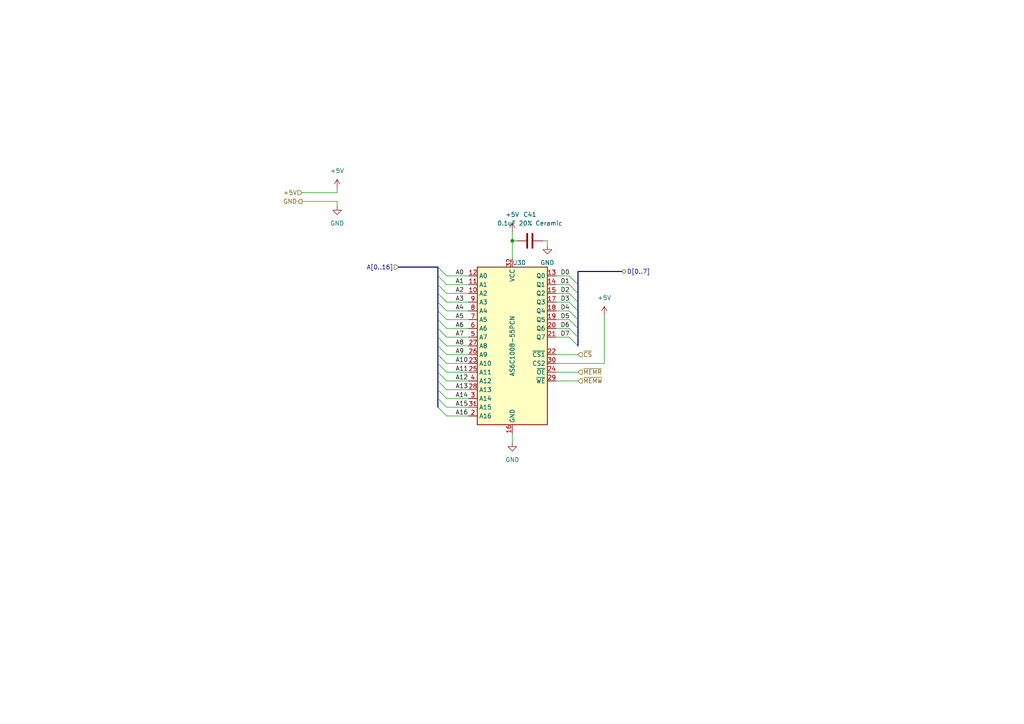
<source format=kicad_sch>
(kicad_sch
	(version 20231120)
	(generator "eeschema")
	(generator_version "8.0")
	(uuid "55672958-7a2a-42a9-b8a7-0dde0e9e6201")
	(paper "A4")
	(lib_symbols
		(symbol "Device:C"
			(pin_numbers hide)
			(pin_names
				(offset 0.254)
			)
			(exclude_from_sim no)
			(in_bom yes)
			(on_board yes)
			(property "Reference" "C"
				(at 0.635 2.54 0)
				(effects
					(font
						(size 1.27 1.27)
					)
					(justify left)
				)
			)
			(property "Value" "C"
				(at 0.635 -2.54 0)
				(effects
					(font
						(size 1.27 1.27)
					)
					(justify left)
				)
			)
			(property "Footprint" ""
				(at 0.9652 -3.81 0)
				(effects
					(font
						(size 1.27 1.27)
					)
					(hide yes)
				)
			)
			(property "Datasheet" "~"
				(at 0 0 0)
				(effects
					(font
						(size 1.27 1.27)
					)
					(hide yes)
				)
			)
			(property "Description" "Unpolarized capacitor"
				(at 0 0 0)
				(effects
					(font
						(size 1.27 1.27)
					)
					(hide yes)
				)
			)
			(property "ki_keywords" "cap capacitor"
				(at 0 0 0)
				(effects
					(font
						(size 1.27 1.27)
					)
					(hide yes)
				)
			)
			(property "ki_fp_filters" "C_*"
				(at 0 0 0)
				(effects
					(font
						(size 1.27 1.27)
					)
					(hide yes)
				)
			)
			(symbol "C_0_1"
				(polyline
					(pts
						(xy -2.032 -0.762) (xy 2.032 -0.762)
					)
					(stroke
						(width 0.508)
						(type default)
					)
					(fill
						(type none)
					)
				)
				(polyline
					(pts
						(xy -2.032 0.762) (xy 2.032 0.762)
					)
					(stroke
						(width 0.508)
						(type default)
					)
					(fill
						(type none)
					)
				)
			)
			(symbol "C_1_1"
				(pin passive line
					(at 0 3.81 270)
					(length 2.794)
					(name "~"
						(effects
							(font
								(size 1.27 1.27)
							)
						)
					)
					(number "1"
						(effects
							(font
								(size 1.27 1.27)
							)
						)
					)
				)
				(pin passive line
					(at 0 -3.81 90)
					(length 2.794)
					(name "~"
						(effects
							(font
								(size 1.27 1.27)
							)
						)
					)
					(number "2"
						(effects
							(font
								(size 1.27 1.27)
							)
						)
					)
				)
			)
		)
		(symbol "Memory_RAM:628128_DIP32_SSOP32"
			(exclude_from_sim no)
			(in_bom yes)
			(on_board yes)
			(property "Reference" "U"
				(at -10.16 23.495 0)
				(effects
					(font
						(size 1.27 1.27)
					)
					(justify left bottom)
				)
			)
			(property "Value" "628128_DIP32_SSOP32"
				(at 2.54 23.495 0)
				(effects
					(font
						(size 1.27 1.27)
					)
					(justify left bottom)
				)
			)
			(property "Footprint" ""
				(at 0 0 0)
				(effects
					(font
						(size 1.27 1.27)
					)
					(hide yes)
				)
			)
			(property "Datasheet" "http://www.futurlec.com/Datasheet/Memory/628128.pdf"
				(at 0 0 0)
				(effects
					(font
						(size 1.27 1.27)
					)
					(hide yes)
				)
			)
			(property "Description" "128K x 8 High-Speed CMOS Static RAM, 55/70ns, DIP-32/SSOP-32"
				(at 0 0 0)
				(effects
					(font
						(size 1.27 1.27)
					)
					(hide yes)
				)
			)
			(property "ki_keywords" "RAM SRAM CMOS MEMORY"
				(at 0 0 0)
				(effects
					(font
						(size 1.27 1.27)
					)
					(hide yes)
				)
			)
			(property "ki_fp_filters" "DIP*W15.24mm* SSOP*11.305x20.495mm*P1.27mm*"
				(at 0 0 0)
				(effects
					(font
						(size 1.27 1.27)
					)
					(hide yes)
				)
			)
			(symbol "628128_DIP32_SSOP32_0_0"
				(pin power_in line
					(at 0 -25.4 90)
					(length 2.54)
					(name "GND"
						(effects
							(font
								(size 1.27 1.27)
							)
						)
					)
					(number "16"
						(effects
							(font
								(size 1.27 1.27)
							)
						)
					)
				)
				(pin power_in line
					(at 0 25.4 270)
					(length 2.54)
					(name "VCC"
						(effects
							(font
								(size 1.27 1.27)
							)
						)
					)
					(number "32"
						(effects
							(font
								(size 1.27 1.27)
							)
						)
					)
				)
			)
			(symbol "628128_DIP32_SSOP32_0_1"
				(rectangle
					(start -10.16 22.86)
					(end 10.16 -22.86)
					(stroke
						(width 0.254)
						(type default)
					)
					(fill
						(type background)
					)
				)
			)
			(symbol "628128_DIP32_SSOP32_1_1"
				(pin no_connect line
					(at 10.16 -20.32 180)
					(length 2.54) hide
					(name "NC"
						(effects
							(font
								(size 1.27 1.27)
							)
						)
					)
					(number "1"
						(effects
							(font
								(size 1.27 1.27)
							)
						)
					)
				)
				(pin input line
					(at -12.7 15.24 0)
					(length 2.54)
					(name "A2"
						(effects
							(font
								(size 1.27 1.27)
							)
						)
					)
					(number "10"
						(effects
							(font
								(size 1.27 1.27)
							)
						)
					)
				)
				(pin input line
					(at -12.7 17.78 0)
					(length 2.54)
					(name "A1"
						(effects
							(font
								(size 1.27 1.27)
							)
						)
					)
					(number "11"
						(effects
							(font
								(size 1.27 1.27)
							)
						)
					)
				)
				(pin input line
					(at -12.7 20.32 0)
					(length 2.54)
					(name "A0"
						(effects
							(font
								(size 1.27 1.27)
							)
						)
					)
					(number "12"
						(effects
							(font
								(size 1.27 1.27)
							)
						)
					)
				)
				(pin tri_state line
					(at 12.7 20.32 180)
					(length 2.54)
					(name "Q0"
						(effects
							(font
								(size 1.27 1.27)
							)
						)
					)
					(number "13"
						(effects
							(font
								(size 1.27 1.27)
							)
						)
					)
				)
				(pin tri_state line
					(at 12.7 17.78 180)
					(length 2.54)
					(name "Q1"
						(effects
							(font
								(size 1.27 1.27)
							)
						)
					)
					(number "14"
						(effects
							(font
								(size 1.27 1.27)
							)
						)
					)
				)
				(pin tri_state line
					(at 12.7 15.24 180)
					(length 2.54)
					(name "Q2"
						(effects
							(font
								(size 1.27 1.27)
							)
						)
					)
					(number "15"
						(effects
							(font
								(size 1.27 1.27)
							)
						)
					)
				)
				(pin tri_state line
					(at 12.7 12.7 180)
					(length 2.54)
					(name "Q3"
						(effects
							(font
								(size 1.27 1.27)
							)
						)
					)
					(number "17"
						(effects
							(font
								(size 1.27 1.27)
							)
						)
					)
				)
				(pin tri_state line
					(at 12.7 10.16 180)
					(length 2.54)
					(name "Q4"
						(effects
							(font
								(size 1.27 1.27)
							)
						)
					)
					(number "18"
						(effects
							(font
								(size 1.27 1.27)
							)
						)
					)
				)
				(pin tri_state line
					(at 12.7 7.62 180)
					(length 2.54)
					(name "Q5"
						(effects
							(font
								(size 1.27 1.27)
							)
						)
					)
					(number "19"
						(effects
							(font
								(size 1.27 1.27)
							)
						)
					)
				)
				(pin input line
					(at -12.7 -20.32 0)
					(length 2.54)
					(name "A16"
						(effects
							(font
								(size 1.27 1.27)
							)
						)
					)
					(number "2"
						(effects
							(font
								(size 1.27 1.27)
							)
						)
					)
				)
				(pin tri_state line
					(at 12.7 5.08 180)
					(length 2.54)
					(name "Q6"
						(effects
							(font
								(size 1.27 1.27)
							)
						)
					)
					(number "20"
						(effects
							(font
								(size 1.27 1.27)
							)
						)
					)
				)
				(pin tri_state line
					(at 12.7 2.54 180)
					(length 2.54)
					(name "Q7"
						(effects
							(font
								(size 1.27 1.27)
							)
						)
					)
					(number "21"
						(effects
							(font
								(size 1.27 1.27)
							)
						)
					)
				)
				(pin input line
					(at 12.7 -2.54 180)
					(length 2.54)
					(name "~{CS1}"
						(effects
							(font
								(size 1.27 1.27)
							)
						)
					)
					(number "22"
						(effects
							(font
								(size 1.27 1.27)
							)
						)
					)
				)
				(pin input line
					(at -12.7 -5.08 0)
					(length 2.54)
					(name "A10"
						(effects
							(font
								(size 1.27 1.27)
							)
						)
					)
					(number "23"
						(effects
							(font
								(size 1.27 1.27)
							)
						)
					)
				)
				(pin input line
					(at 12.7 -7.62 180)
					(length 2.54)
					(name "~{OE}"
						(effects
							(font
								(size 1.27 1.27)
							)
						)
					)
					(number "24"
						(effects
							(font
								(size 1.27 1.27)
							)
						)
					)
				)
				(pin input line
					(at -12.7 -7.62 0)
					(length 2.54)
					(name "A11"
						(effects
							(font
								(size 1.27 1.27)
							)
						)
					)
					(number "25"
						(effects
							(font
								(size 1.27 1.27)
							)
						)
					)
				)
				(pin input line
					(at -12.7 -2.54 0)
					(length 2.54)
					(name "A9"
						(effects
							(font
								(size 1.27 1.27)
							)
						)
					)
					(number "26"
						(effects
							(font
								(size 1.27 1.27)
							)
						)
					)
				)
				(pin input line
					(at -12.7 0 0)
					(length 2.54)
					(name "A8"
						(effects
							(font
								(size 1.27 1.27)
							)
						)
					)
					(number "27"
						(effects
							(font
								(size 1.27 1.27)
							)
						)
					)
				)
				(pin input line
					(at -12.7 -12.7 0)
					(length 2.54)
					(name "A13"
						(effects
							(font
								(size 1.27 1.27)
							)
						)
					)
					(number "28"
						(effects
							(font
								(size 1.27 1.27)
							)
						)
					)
				)
				(pin input line
					(at 12.7 -10.16 180)
					(length 2.54)
					(name "~{WE}"
						(effects
							(font
								(size 1.27 1.27)
							)
						)
					)
					(number "29"
						(effects
							(font
								(size 1.27 1.27)
							)
						)
					)
				)
				(pin input line
					(at -12.7 -15.24 0)
					(length 2.54)
					(name "A14"
						(effects
							(font
								(size 1.27 1.27)
							)
						)
					)
					(number "3"
						(effects
							(font
								(size 1.27 1.27)
							)
						)
					)
				)
				(pin input line
					(at 12.7 -5.08 180)
					(length 2.54)
					(name "CS2"
						(effects
							(font
								(size 1.27 1.27)
							)
						)
					)
					(number "30"
						(effects
							(font
								(size 1.27 1.27)
							)
						)
					)
				)
				(pin input line
					(at -12.7 -17.78 0)
					(length 2.54)
					(name "A15"
						(effects
							(font
								(size 1.27 1.27)
							)
						)
					)
					(number "31"
						(effects
							(font
								(size 1.27 1.27)
							)
						)
					)
				)
				(pin input line
					(at -12.7 -10.16 0)
					(length 2.54)
					(name "A12"
						(effects
							(font
								(size 1.27 1.27)
							)
						)
					)
					(number "4"
						(effects
							(font
								(size 1.27 1.27)
							)
						)
					)
				)
				(pin input line
					(at -12.7 2.54 0)
					(length 2.54)
					(name "A7"
						(effects
							(font
								(size 1.27 1.27)
							)
						)
					)
					(number "5"
						(effects
							(font
								(size 1.27 1.27)
							)
						)
					)
				)
				(pin input line
					(at -12.7 5.08 0)
					(length 2.54)
					(name "A6"
						(effects
							(font
								(size 1.27 1.27)
							)
						)
					)
					(number "6"
						(effects
							(font
								(size 1.27 1.27)
							)
						)
					)
				)
				(pin input line
					(at -12.7 7.62 0)
					(length 2.54)
					(name "A5"
						(effects
							(font
								(size 1.27 1.27)
							)
						)
					)
					(number "7"
						(effects
							(font
								(size 1.27 1.27)
							)
						)
					)
				)
				(pin input line
					(at -12.7 10.16 0)
					(length 2.54)
					(name "A4"
						(effects
							(font
								(size 1.27 1.27)
							)
						)
					)
					(number "8"
						(effects
							(font
								(size 1.27 1.27)
							)
						)
					)
				)
				(pin input line
					(at -12.7 12.7 0)
					(length 2.54)
					(name "A3"
						(effects
							(font
								(size 1.27 1.27)
							)
						)
					)
					(number "9"
						(effects
							(font
								(size 1.27 1.27)
							)
						)
					)
				)
			)
		)
		(symbol "power:+5V"
			(power)
			(pin_names
				(offset 0)
			)
			(exclude_from_sim no)
			(in_bom yes)
			(on_board yes)
			(property "Reference" "#PWR"
				(at 0 -3.81 0)
				(effects
					(font
						(size 1.27 1.27)
					)
					(hide yes)
				)
			)
			(property "Value" "+5V"
				(at 0 3.556 0)
				(effects
					(font
						(size 1.27 1.27)
					)
				)
			)
			(property "Footprint" ""
				(at 0 0 0)
				(effects
					(font
						(size 1.27 1.27)
					)
					(hide yes)
				)
			)
			(property "Datasheet" ""
				(at 0 0 0)
				(effects
					(font
						(size 1.27 1.27)
					)
					(hide yes)
				)
			)
			(property "Description" "Power symbol creates a global label with name \"+5V\""
				(at 0 0 0)
				(effects
					(font
						(size 1.27 1.27)
					)
					(hide yes)
				)
			)
			(property "ki_keywords" "global power"
				(at 0 0 0)
				(effects
					(font
						(size 1.27 1.27)
					)
					(hide yes)
				)
			)
			(symbol "+5V_0_1"
				(polyline
					(pts
						(xy -0.762 1.27) (xy 0 2.54)
					)
					(stroke
						(width 0)
						(type default)
					)
					(fill
						(type none)
					)
				)
				(polyline
					(pts
						(xy 0 0) (xy 0 2.54)
					)
					(stroke
						(width 0)
						(type default)
					)
					(fill
						(type none)
					)
				)
				(polyline
					(pts
						(xy 0 2.54) (xy 0.762 1.27)
					)
					(stroke
						(width 0)
						(type default)
					)
					(fill
						(type none)
					)
				)
			)
			(symbol "+5V_1_1"
				(pin power_in line
					(at 0 0 90)
					(length 0) hide
					(name "+5V"
						(effects
							(font
								(size 1.27 1.27)
							)
						)
					)
					(number "1"
						(effects
							(font
								(size 1.27 1.27)
							)
						)
					)
				)
			)
		)
		(symbol "power:GND"
			(power)
			(pin_names
				(offset 0)
			)
			(exclude_from_sim no)
			(in_bom yes)
			(on_board yes)
			(property "Reference" "#PWR"
				(at 0 -6.35 0)
				(effects
					(font
						(size 1.27 1.27)
					)
					(hide yes)
				)
			)
			(property "Value" "GND"
				(at 0 -3.81 0)
				(effects
					(font
						(size 1.27 1.27)
					)
				)
			)
			(property "Footprint" ""
				(at 0 0 0)
				(effects
					(font
						(size 1.27 1.27)
					)
					(hide yes)
				)
			)
			(property "Datasheet" ""
				(at 0 0 0)
				(effects
					(font
						(size 1.27 1.27)
					)
					(hide yes)
				)
			)
			(property "Description" "Power symbol creates a global label with name \"GND\" , ground"
				(at 0 0 0)
				(effects
					(font
						(size 1.27 1.27)
					)
					(hide yes)
				)
			)
			(property "ki_keywords" "global power"
				(at 0 0 0)
				(effects
					(font
						(size 1.27 1.27)
					)
					(hide yes)
				)
			)
			(symbol "GND_0_1"
				(polyline
					(pts
						(xy 0 0) (xy 0 -1.27) (xy 1.27 -1.27) (xy 0 -2.54) (xy -1.27 -1.27) (xy 0 -1.27)
					)
					(stroke
						(width 0)
						(type default)
					)
					(fill
						(type none)
					)
				)
			)
			(symbol "GND_1_1"
				(pin power_in line
					(at 0 0 270)
					(length 0) hide
					(name "GND"
						(effects
							(font
								(size 1.27 1.27)
							)
						)
					)
					(number "1"
						(effects
							(font
								(size 1.27 1.27)
							)
						)
					)
				)
			)
		)
	)
	(junction
		(at 148.59 69.85)
		(diameter 0)
		(color 0 0 0 0)
		(uuid "88e9ea73-2cc6-44e9-b4fe-b39e07ecac94")
	)
	(bus_entry
		(at 165.1 95.25)
		(size 2.54 2.54)
		(stroke
			(width 0)
			(type default)
		)
		(uuid "04f9810b-b012-4599-b685-1b30296e332f")
	)
	(bus_entry
		(at 165.1 82.55)
		(size 2.54 2.54)
		(stroke
			(width 0)
			(type default)
		)
		(uuid "342a366a-a8d6-47cf-961a-340f67c010a6")
	)
	(bus_entry
		(at 127 95.25)
		(size 2.54 2.54)
		(stroke
			(width 0)
			(type default)
		)
		(uuid "3bf19050-7c3d-4b1a-97b8-c3b0c3c519a4")
	)
	(bus_entry
		(at 127 80.01)
		(size 2.54 2.54)
		(stroke
			(width 0)
			(type default)
		)
		(uuid "41fdbec5-84a1-4850-97fc-0bdd57f0ea06")
	)
	(bus_entry
		(at 127 107.95)
		(size 2.54 2.54)
		(stroke
			(width 0)
			(type default)
		)
		(uuid "56b5e547-f3db-437a-8cc8-e88297e55e5e")
	)
	(bus_entry
		(at 127 105.41)
		(size 2.54 2.54)
		(stroke
			(width 0)
			(type default)
		)
		(uuid "57bae729-2967-4f55-9123-db3b0ddf8a13")
	)
	(bus_entry
		(at 127 97.79)
		(size 2.54 2.54)
		(stroke
			(width 0)
			(type default)
		)
		(uuid "5cf978ad-39cf-4279-84ac-886ba5103d6b")
	)
	(bus_entry
		(at 127 82.55)
		(size 2.54 2.54)
		(stroke
			(width 0)
			(type default)
		)
		(uuid "65688b5f-4384-4032-9a30-89dce722d3c7")
	)
	(bus_entry
		(at 127 115.57)
		(size 2.54 2.54)
		(stroke
			(width 0)
			(type default)
		)
		(uuid "66170558-8fe9-41df-ada9-91643725d37b")
	)
	(bus_entry
		(at 127 77.47)
		(size 2.54 2.54)
		(stroke
			(width 0)
			(type default)
		)
		(uuid "69828d8f-f43c-460e-89bc-f0dbab16ff9c")
	)
	(bus_entry
		(at 165.1 97.79)
		(size 2.54 2.54)
		(stroke
			(width 0)
			(type default)
		)
		(uuid "6b1f9fca-210f-41b9-82c2-6207683ab4a7")
	)
	(bus_entry
		(at 127 87.63)
		(size 2.54 2.54)
		(stroke
			(width 0)
			(type default)
		)
		(uuid "759bd576-2020-4a95-833d-4f09540d7554")
	)
	(bus_entry
		(at 165.1 80.01)
		(size 2.54 2.54)
		(stroke
			(width 0)
			(type default)
		)
		(uuid "8402a74a-fa7e-418d-90eb-162259941f8a")
	)
	(bus_entry
		(at 127 118.11)
		(size 2.54 2.54)
		(stroke
			(width 0)
			(type default)
		)
		(uuid "877b5ec9-f0cb-4af9-b357-e015cd9e8a31")
	)
	(bus_entry
		(at 165.1 85.09)
		(size 2.54 2.54)
		(stroke
			(width 0)
			(type default)
		)
		(uuid "8f0daddb-0f52-408c-835e-caf07f21e86e")
	)
	(bus_entry
		(at 127 102.87)
		(size 2.54 2.54)
		(stroke
			(width 0)
			(type default)
		)
		(uuid "b6ae7dba-262b-47f4-b52d-27777768892d")
	)
	(bus_entry
		(at 127 90.17)
		(size 2.54 2.54)
		(stroke
			(width 0)
			(type default)
		)
		(uuid "c3c213d0-7860-435d-83a9-c1072772dfbd")
	)
	(bus_entry
		(at 165.1 90.17)
		(size 2.54 2.54)
		(stroke
			(width 0)
			(type default)
		)
		(uuid "d46d4c52-c903-4c52-b3dc-f027f6f6a67d")
	)
	(bus_entry
		(at 127 100.33)
		(size 2.54 2.54)
		(stroke
			(width 0)
			(type default)
		)
		(uuid "d4a746c6-aa11-4539-ba3d-ee5d411572f3")
	)
	(bus_entry
		(at 165.1 87.63)
		(size 2.54 2.54)
		(stroke
			(width 0)
			(type default)
		)
		(uuid "e06d06a0-884e-4f69-92bc-004af02c76ab")
	)
	(bus_entry
		(at 127 110.49)
		(size 2.54 2.54)
		(stroke
			(width 0)
			(type default)
		)
		(uuid "e3d516c1-71f3-4a97-836e-20d9873a500d")
	)
	(bus_entry
		(at 127 85.09)
		(size 2.54 2.54)
		(stroke
			(width 0)
			(type default)
		)
		(uuid "e7f1890c-9620-4fa3-946b-2fde91e6d3bd")
	)
	(bus_entry
		(at 165.1 92.71)
		(size 2.54 2.54)
		(stroke
			(width 0)
			(type default)
		)
		(uuid "ecb5fece-cbef-4688-b41e-861a2f09b2fa")
	)
	(bus_entry
		(at 127 113.03)
		(size 2.54 2.54)
		(stroke
			(width 0)
			(type default)
		)
		(uuid "ed8c2ea8-ee57-4fef-ab09-f288ae24a819")
	)
	(bus_entry
		(at 127 92.71)
		(size 2.54 2.54)
		(stroke
			(width 0)
			(type default)
		)
		(uuid "f69d3308-ee2f-4e80-9764-3f70a3bc7169")
	)
	(wire
		(pts
			(xy 161.29 95.25) (xy 165.1 95.25)
		)
		(stroke
			(width 0)
			(type default)
		)
		(uuid "042bc7c4-84ea-48fe-932d-c60969a682a1")
	)
	(wire
		(pts
			(xy 161.29 105.41) (xy 175.26 105.41)
		)
		(stroke
			(width 0)
			(type default)
		)
		(uuid "049f8aa5-5fc7-4875-99c5-9117df9891a7")
	)
	(wire
		(pts
			(xy 129.54 107.95) (xy 135.89 107.95)
		)
		(stroke
			(width 0)
			(type default)
		)
		(uuid "06d1db64-ff08-4f47-be22-78abca7aa643")
	)
	(bus
		(pts
			(xy 127 90.17) (xy 127 92.71)
		)
		(stroke
			(width 0)
			(type default)
		)
		(uuid "0b44457e-98a2-4bb2-be9f-f8979ceb017d")
	)
	(wire
		(pts
			(xy 129.54 105.41) (xy 135.89 105.41)
		)
		(stroke
			(width 0)
			(type default)
		)
		(uuid "0e65ac47-ffa4-4528-8ea7-cb59b239b6be")
	)
	(wire
		(pts
			(xy 97.79 55.88) (xy 97.79 54.61)
		)
		(stroke
			(width 0)
			(type default)
		)
		(uuid "197f8800-a3dc-40d6-bd18-ab8c537f942d")
	)
	(bus
		(pts
			(xy 167.64 87.63) (xy 167.64 90.17)
		)
		(stroke
			(width 0)
			(type default)
		)
		(uuid "1cb0dd4a-346d-487f-a5eb-3ecc8140b88a")
	)
	(bus
		(pts
			(xy 127 82.55) (xy 127 85.09)
		)
		(stroke
			(width 0)
			(type default)
		)
		(uuid "1cdb570c-ea62-4f34-9ca6-a8f356874d66")
	)
	(wire
		(pts
			(xy 148.59 67.31) (xy 148.59 69.85)
		)
		(stroke
			(width 0)
			(type default)
		)
		(uuid "1dc01114-befd-4497-931b-45b457067280")
	)
	(bus
		(pts
			(xy 167.64 92.71) (xy 167.64 95.25)
		)
		(stroke
			(width 0)
			(type default)
		)
		(uuid "21eee5e0-e694-4100-8ef7-f8c5bbba8b9f")
	)
	(wire
		(pts
			(xy 129.54 100.33) (xy 135.89 100.33)
		)
		(stroke
			(width 0)
			(type default)
		)
		(uuid "2ea1eda5-231a-4e05-be01-7151e937d5b9")
	)
	(wire
		(pts
			(xy 161.29 92.71) (xy 165.1 92.71)
		)
		(stroke
			(width 0)
			(type default)
		)
		(uuid "3589966d-62ef-44e8-93b9-b58e314ca63d")
	)
	(wire
		(pts
			(xy 161.29 80.01) (xy 165.1 80.01)
		)
		(stroke
			(width 0)
			(type default)
		)
		(uuid "382ec27d-2766-435b-85b7-9ef1eaada09c")
	)
	(bus
		(pts
			(xy 167.64 78.74) (xy 180.34 78.74)
		)
		(stroke
			(width 0)
			(type default)
		)
		(uuid "3a5b970a-cf7d-468a-acb6-0ceb1356ea23")
	)
	(wire
		(pts
			(xy 129.54 97.79) (xy 135.89 97.79)
		)
		(stroke
			(width 0)
			(type default)
		)
		(uuid "3bd70722-5aa6-4538-96a9-11c5fde7a45e")
	)
	(wire
		(pts
			(xy 175.26 91.44) (xy 175.26 105.41)
		)
		(stroke
			(width 0)
			(type default)
		)
		(uuid "3e246800-23f4-476c-8e23-b8b9fa40a9ff")
	)
	(wire
		(pts
			(xy 148.59 69.85) (xy 149.86 69.85)
		)
		(stroke
			(width 0)
			(type default)
		)
		(uuid "439c89e4-83d3-49d9-acd5-c4e7503c761d")
	)
	(wire
		(pts
			(xy 148.59 69.85) (xy 148.59 74.93)
		)
		(stroke
			(width 0)
			(type default)
		)
		(uuid "4432d796-c403-43b1-bd92-1be80c8a352a")
	)
	(bus
		(pts
			(xy 167.64 90.17) (xy 167.64 92.71)
		)
		(stroke
			(width 0)
			(type default)
		)
		(uuid "49ed3f8b-fa3c-4910-8a0d-212904220b54")
	)
	(bus
		(pts
			(xy 127 77.47) (xy 127 80.01)
		)
		(stroke
			(width 0)
			(type default)
		)
		(uuid "559dccac-ccd3-4193-b5c5-103b7b7180f3")
	)
	(wire
		(pts
			(xy 161.29 85.09) (xy 165.1 85.09)
		)
		(stroke
			(width 0)
			(type default)
		)
		(uuid "55a2c1c8-506b-4406-b507-9dfd689d6667")
	)
	(bus
		(pts
			(xy 127 87.63) (xy 127 90.17)
		)
		(stroke
			(width 0)
			(type default)
		)
		(uuid "5bba80af-ed39-42f0-b0d8-6508d7c06aaa")
	)
	(wire
		(pts
			(xy 129.54 92.71) (xy 135.89 92.71)
		)
		(stroke
			(width 0)
			(type default)
		)
		(uuid "5d06bed2-8a2d-40a7-a06d-acbc9374cfd1")
	)
	(wire
		(pts
			(xy 129.54 82.55) (xy 135.89 82.55)
		)
		(stroke
			(width 0)
			(type default)
		)
		(uuid "63075389-c129-476a-af19-0a7ae9c99b7f")
	)
	(bus
		(pts
			(xy 127 85.09) (xy 127 87.63)
		)
		(stroke
			(width 0)
			(type default)
		)
		(uuid "6a9f9fe5-05ac-48b5-b3fa-e93ea04b1dec")
	)
	(wire
		(pts
			(xy 129.54 90.17) (xy 135.89 90.17)
		)
		(stroke
			(width 0)
			(type default)
		)
		(uuid "6ed17ebb-1091-44e3-87a2-fb6dfee8a603")
	)
	(bus
		(pts
			(xy 127 110.49) (xy 127 113.03)
		)
		(stroke
			(width 0)
			(type default)
		)
		(uuid "6f0f7128-5ad7-490c-8ada-3f3016c115f5")
	)
	(bus
		(pts
			(xy 127 105.41) (xy 127 107.95)
		)
		(stroke
			(width 0)
			(type default)
		)
		(uuid "719d4c94-e57d-4419-8ca1-1d0c5c67ddcf")
	)
	(bus
		(pts
			(xy 127 102.87) (xy 127 105.41)
		)
		(stroke
			(width 0)
			(type default)
		)
		(uuid "750e3ff7-e5d5-4d38-9946-392f47f16f2f")
	)
	(wire
		(pts
			(xy 161.29 82.55) (xy 165.1 82.55)
		)
		(stroke
			(width 0)
			(type default)
		)
		(uuid "7c213bfc-4073-4a6f-81c0-c2211d1bf81f")
	)
	(wire
		(pts
			(xy 161.29 87.63) (xy 165.1 87.63)
		)
		(stroke
			(width 0)
			(type default)
		)
		(uuid "7cbda160-9a24-419b-a254-9147b2d00bbf")
	)
	(wire
		(pts
			(xy 158.75 69.85) (xy 158.75 71.12)
		)
		(stroke
			(width 0)
			(type default)
		)
		(uuid "7e0fb983-8d96-4a09-aaa4-95e97a4768aa")
	)
	(bus
		(pts
			(xy 127 100.33) (xy 127 102.87)
		)
		(stroke
			(width 0)
			(type default)
		)
		(uuid "81795239-ec29-449a-bd9c-90251a6f190a")
	)
	(wire
		(pts
			(xy 161.29 107.95) (xy 167.64 107.95)
		)
		(stroke
			(width 0)
			(type default)
		)
		(uuid "87983074-0026-482d-8869-7af33699eeec")
	)
	(bus
		(pts
			(xy 127 107.95) (xy 127 110.49)
		)
		(stroke
			(width 0)
			(type default)
		)
		(uuid "87a4f80c-9b4a-4a98-b824-789892cdd286")
	)
	(wire
		(pts
			(xy 87.63 55.88) (xy 97.79 55.88)
		)
		(stroke
			(width 0)
			(type default)
		)
		(uuid "8842ef7e-c12a-41f2-91cb-c4b37714d806")
	)
	(wire
		(pts
			(xy 129.54 80.01) (xy 135.89 80.01)
		)
		(stroke
			(width 0)
			(type default)
		)
		(uuid "8daea42e-c121-4c22-8690-b70f4f87b7dc")
	)
	(wire
		(pts
			(xy 161.29 102.87) (xy 167.64 102.87)
		)
		(stroke
			(width 0)
			(type default)
		)
		(uuid "8f3fcb1c-d43d-4457-a965-ef113a945331")
	)
	(bus
		(pts
			(xy 167.64 97.79) (xy 167.64 100.33)
		)
		(stroke
			(width 0)
			(type default)
		)
		(uuid "8f84bc0b-1017-4e6a-81ef-08b48805359d")
	)
	(wire
		(pts
			(xy 129.54 115.57) (xy 135.89 115.57)
		)
		(stroke
			(width 0)
			(type default)
		)
		(uuid "8fc5c8dc-f14a-483a-9216-530e50a661a5")
	)
	(wire
		(pts
			(xy 129.54 118.11) (xy 135.89 118.11)
		)
		(stroke
			(width 0)
			(type default)
		)
		(uuid "93463962-4c9a-4bbe-a2fa-deded983291b")
	)
	(bus
		(pts
			(xy 127 97.79) (xy 127 100.33)
		)
		(stroke
			(width 0)
			(type default)
		)
		(uuid "955390ed-945f-470e-b9af-390318f64b4f")
	)
	(wire
		(pts
			(xy 129.54 110.49) (xy 135.89 110.49)
		)
		(stroke
			(width 0)
			(type default)
		)
		(uuid "a58ca9fb-96b0-4ce1-9a9d-078f13815cff")
	)
	(wire
		(pts
			(xy 129.54 87.63) (xy 135.89 87.63)
		)
		(stroke
			(width 0)
			(type default)
		)
		(uuid "a97c131e-575f-404c-8342-9856a79170e9")
	)
	(wire
		(pts
			(xy 161.29 97.79) (xy 165.1 97.79)
		)
		(stroke
			(width 0)
			(type default)
		)
		(uuid "a9c1ece0-a5ad-43be-8de2-576242a15208")
	)
	(wire
		(pts
			(xy 129.54 113.03) (xy 135.89 113.03)
		)
		(stroke
			(width 0)
			(type default)
		)
		(uuid "b5293beb-cfa8-49aa-a048-1f236dd93c86")
	)
	(wire
		(pts
			(xy 129.54 95.25) (xy 135.89 95.25)
		)
		(stroke
			(width 0)
			(type default)
		)
		(uuid "b6abd5df-f1a9-4d22-82fd-d24769e4a481")
	)
	(wire
		(pts
			(xy 129.54 120.65) (xy 135.89 120.65)
		)
		(stroke
			(width 0)
			(type default)
		)
		(uuid "bd89cb68-ca7c-481b-83d6-23dca3615c3d")
	)
	(wire
		(pts
			(xy 157.48 69.85) (xy 158.75 69.85)
		)
		(stroke
			(width 0)
			(type default)
		)
		(uuid "c2ad0e5d-5f8d-4da3-a109-7ba7fa3a44c5")
	)
	(wire
		(pts
			(xy 129.54 85.09) (xy 135.89 85.09)
		)
		(stroke
			(width 0)
			(type default)
		)
		(uuid "c88a4e73-da23-4215-b527-89997f16e83c")
	)
	(bus
		(pts
			(xy 127 95.25) (xy 127 97.79)
		)
		(stroke
			(width 0)
			(type default)
		)
		(uuid "ce2c3a8a-405e-46a3-b87c-1b5c02bdbf53")
	)
	(wire
		(pts
			(xy 161.29 110.49) (xy 167.64 110.49)
		)
		(stroke
			(width 0)
			(type default)
		)
		(uuid "d0f0043f-f3ea-4712-a942-b0635355db52")
	)
	(bus
		(pts
			(xy 127 92.71) (xy 127 95.25)
		)
		(stroke
			(width 0)
			(type default)
		)
		(uuid "d33bf57e-5d23-4714-8c5d-69df79ca89ed")
	)
	(wire
		(pts
			(xy 97.79 58.42) (xy 97.79 59.69)
		)
		(stroke
			(width 0)
			(type default)
		)
		(uuid "d7680c1f-95be-41d0-98bd-78f1aa2221e4")
	)
	(bus
		(pts
			(xy 115.57 77.47) (xy 127 77.47)
		)
		(stroke
			(width 0)
			(type default)
		)
		(uuid "d8bef3e7-6259-475b-b087-c6aca2056f82")
	)
	(bus
		(pts
			(xy 167.64 82.55) (xy 167.64 78.74)
		)
		(stroke
			(width 0)
			(type default)
		)
		(uuid "d9e60b46-fd8e-4ce9-abe6-8a1012ca3b53")
	)
	(bus
		(pts
			(xy 167.64 82.55) (xy 167.64 85.09)
		)
		(stroke
			(width 0)
			(type default)
		)
		(uuid "df887946-4330-4fc2-9cff-42a4a40d9525")
	)
	(bus
		(pts
			(xy 167.64 95.25) (xy 167.64 97.79)
		)
		(stroke
			(width 0)
			(type default)
		)
		(uuid "e071280b-9fdf-43f6-913e-caced9c04377")
	)
	(wire
		(pts
			(xy 87.63 58.42) (xy 97.79 58.42)
		)
		(stroke
			(width 0)
			(type default)
		)
		(uuid "e2b5c182-3ac4-45a8-8093-d42dc7c367dc")
	)
	(bus
		(pts
			(xy 127 80.01) (xy 127 82.55)
		)
		(stroke
			(width 0)
			(type default)
		)
		(uuid "e47a2428-7023-4d8d-809c-8d0238aeade5")
	)
	(wire
		(pts
			(xy 161.29 90.17) (xy 165.1 90.17)
		)
		(stroke
			(width 0)
			(type default)
		)
		(uuid "e547e442-2ade-4967-a6cd-c8da6cb4dee0")
	)
	(bus
		(pts
			(xy 127 113.03) (xy 127 115.57)
		)
		(stroke
			(width 0)
			(type default)
		)
		(uuid "e9f2b1bc-e730-4070-b2d7-fad5e7039586")
	)
	(wire
		(pts
			(xy 148.59 125.73) (xy 148.59 128.27)
		)
		(stroke
			(width 0)
			(type default)
		)
		(uuid "f17f554b-58d1-4260-b6f7-f010c796beb9")
	)
	(bus
		(pts
			(xy 127 115.57) (xy 127 118.11)
		)
		(stroke
			(width 0)
			(type default)
		)
		(uuid "f51c250d-9d0d-4fb8-97e6-e54c1c21db9e")
	)
	(bus
		(pts
			(xy 167.64 85.09) (xy 167.64 87.63)
		)
		(stroke
			(width 0)
			(type default)
		)
		(uuid "f75d474f-d804-46b3-8e03-3a1208562505")
	)
	(wire
		(pts
			(xy 129.54 102.87) (xy 135.89 102.87)
		)
		(stroke
			(width 0)
			(type default)
		)
		(uuid "fb834097-86e3-421e-ac7d-ff163484476c")
	)
	(label "A12"
		(at 132.08 110.49 0)
		(fields_autoplaced yes)
		(effects
			(font
				(size 1.27 1.27)
			)
			(justify left bottom)
		)
		(uuid "077deb58-0e9a-43f3-b5f6-6fe1879f3def")
	)
	(label "A8"
		(at 132.08 100.33 0)
		(fields_autoplaced yes)
		(effects
			(font
				(size 1.27 1.27)
			)
			(justify left bottom)
		)
		(uuid "08627b4e-037b-4f1b-ac89-7033a1367dbe")
	)
	(label "D1"
		(at 162.56 82.55 0)
		(fields_autoplaced yes)
		(effects
			(font
				(size 1.27 1.27)
			)
			(justify left bottom)
		)
		(uuid "0a86ed52-8640-453b-affd-483093d50b50")
	)
	(label "A13"
		(at 132.08 113.03 0)
		(fields_autoplaced yes)
		(effects
			(font
				(size 1.27 1.27)
			)
			(justify left bottom)
		)
		(uuid "13d982d4-f664-42e5-9a9f-1f461f88703a")
	)
	(label "D5"
		(at 162.56 92.71 0)
		(fields_autoplaced yes)
		(effects
			(font
				(size 1.27 1.27)
			)
			(justify left bottom)
		)
		(uuid "2517f367-cf2b-46ac-a8f3-58f5cc3eb957")
	)
	(label "A1"
		(at 132.08 82.55 0)
		(fields_autoplaced yes)
		(effects
			(font
				(size 1.27 1.27)
			)
			(justify left bottom)
		)
		(uuid "3533f5f6-e76f-470e-94ce-9036daf8000b")
	)
	(label "A16"
		(at 132.08 120.65 0)
		(fields_autoplaced yes)
		(effects
			(font
				(size 1.27 1.27)
			)
			(justify left bottom)
		)
		(uuid "401f41ce-dbf3-42fe-be7f-61d386866901")
	)
	(label "A5"
		(at 132.08 92.71 0)
		(fields_autoplaced yes)
		(effects
			(font
				(size 1.27 1.27)
			)
			(justify left bottom)
		)
		(uuid "41276cfd-09b8-46d1-88ab-1e698de87d18")
	)
	(label "A10"
		(at 132.08 105.41 0)
		(fields_autoplaced yes)
		(effects
			(font
				(size 1.27 1.27)
			)
			(justify left bottom)
		)
		(uuid "48934158-828c-4467-86f8-b3304ca6a6e0")
	)
	(label "A3"
		(at 132.08 87.63 0)
		(fields_autoplaced yes)
		(effects
			(font
				(size 1.27 1.27)
			)
			(justify left bottom)
		)
		(uuid "5cc142d0-4c1a-45dd-92fd-aadb836c2c32")
	)
	(label "D6"
		(at 162.56 95.25 0)
		(fields_autoplaced yes)
		(effects
			(font
				(size 1.27 1.27)
			)
			(justify left bottom)
		)
		(uuid "63083b1c-c336-4583-a6ef-3ff8dbabdfcf")
	)
	(label "D2"
		(at 162.56 85.09 0)
		(fields_autoplaced yes)
		(effects
			(font
				(size 1.27 1.27)
			)
			(justify left bottom)
		)
		(uuid "669e7255-12a4-499b-a75a-970565fc55c7")
	)
	(label "A14"
		(at 132.08 115.57 0)
		(fields_autoplaced yes)
		(effects
			(font
				(size 1.27 1.27)
			)
			(justify left bottom)
		)
		(uuid "6efb0339-d0fa-4565-9d24-21a522401c08")
	)
	(label "A4"
		(at 132.08 90.17 0)
		(fields_autoplaced yes)
		(effects
			(font
				(size 1.27 1.27)
			)
			(justify left bottom)
		)
		(uuid "83164e0d-1250-46a9-a1b3-223f1025f1fb")
	)
	(label "D4"
		(at 162.56 90.17 0)
		(fields_autoplaced yes)
		(effects
			(font
				(size 1.27 1.27)
			)
			(justify left bottom)
		)
		(uuid "89fbe93f-c223-435a-a9fb-fc7e98c727b0")
	)
	(label "A11"
		(at 132.08 107.95 0)
		(fields_autoplaced yes)
		(effects
			(font
				(size 1.27 1.27)
			)
			(justify left bottom)
		)
		(uuid "922f4d41-e42f-4fb2-8783-90bc627676e9")
	)
	(label "A0"
		(at 132.08 80.01 0)
		(fields_autoplaced yes)
		(effects
			(font
				(size 1.27 1.27)
			)
			(justify left bottom)
		)
		(uuid "9bd09fee-afd5-486a-900a-a6178e713c2b")
	)
	(label "D7"
		(at 162.56 97.79 0)
		(fields_autoplaced yes)
		(effects
			(font
				(size 1.27 1.27)
			)
			(justify left bottom)
		)
		(uuid "a38862a1-14c0-4d37-88b5-648e17ed1d6f")
	)
	(label "A2"
		(at 132.08 85.09 0)
		(fields_autoplaced yes)
		(effects
			(font
				(size 1.27 1.27)
			)
			(justify left bottom)
		)
		(uuid "cf26e87e-e570-4159-a1ec-139cbaf0bce9")
	)
	(label "D3"
		(at 162.56 87.63 0)
		(fields_autoplaced yes)
		(effects
			(font
				(size 1.27 1.27)
			)
			(justify left bottom)
		)
		(uuid "d0d413c7-75d4-4cd6-8aae-d7aa4fea8351")
	)
	(label "A9"
		(at 132.08 102.87 0)
		(fields_autoplaced yes)
		(effects
			(font
				(size 1.27 1.27)
			)
			(justify left bottom)
		)
		(uuid "dff87f4e-0851-4ed1-a1f4-710cee63856e")
	)
	(label "A6"
		(at 132.08 95.25 0)
		(fields_autoplaced yes)
		(effects
			(font
				(size 1.27 1.27)
			)
			(justify left bottom)
		)
		(uuid "ea67bcbe-600b-4900-bd2e-0344a8adbccc")
	)
	(label "A7"
		(at 132.08 97.79 0)
		(fields_autoplaced yes)
		(effects
			(font
				(size 1.27 1.27)
			)
			(justify left bottom)
		)
		(uuid "eca6dbf2-544b-4b0c-b135-4801088764be")
	)
	(label "D0"
		(at 162.56 80.01 0)
		(fields_autoplaced yes)
		(effects
			(font
				(size 1.27 1.27)
			)
			(justify left bottom)
		)
		(uuid "fa2d772c-34df-4e46-9dfb-701f4db02de2")
	)
	(label "A15"
		(at 132.08 118.11 0)
		(fields_autoplaced yes)
		(effects
			(font
				(size 1.27 1.27)
			)
			(justify left bottom)
		)
		(uuid "fd2201dc-94a1-4044-913b-2d2541a741f4")
	)
	(hierarchical_label "~{CS}"
		(shape input)
		(at 167.64 102.87 0)
		(fields_autoplaced yes)
		(effects
			(font
				(size 1.27 1.27)
			)
			(justify left)
		)
		(uuid "0d3a03f3-ae47-4001-88ae-fd4789c58503")
	)
	(hierarchical_label "A[0..16]"
		(shape input)
		(at 115.57 77.47 180)
		(fields_autoplaced yes)
		(effects
			(font
				(size 1.27 1.27)
			)
			(justify right)
		)
		(uuid "24c6a198-99ec-4cc9-8e0e-e185f612562e")
	)
	(hierarchical_label "+5V"
		(shape input)
		(at 87.63 55.88 180)
		(fields_autoplaced yes)
		(effects
			(font
				(size 1.27 1.27)
			)
			(justify right)
		)
		(uuid "3b83799a-d2d3-4476-93c8-451fa26c3643")
	)
	(hierarchical_label "D[0..7]"
		(shape tri_state)
		(at 180.34 78.74 0)
		(fields_autoplaced yes)
		(effects
			(font
				(size 1.27 1.27)
			)
			(justify left)
		)
		(uuid "62183edc-3bcd-409b-8b01-bdeb9e01e40c")
	)
	(hierarchical_label "GND"
		(shape output)
		(at 87.63 58.42 180)
		(fields_autoplaced yes)
		(effects
			(font
				(size 1.27 1.27)
			)
			(justify right)
		)
		(uuid "9b852e18-baec-4836-aaeb-dabe7943d73b")
	)
	(hierarchical_label "~{MEMW}"
		(shape input)
		(at 167.64 110.49 0)
		(fields_autoplaced yes)
		(effects
			(font
				(size 1.27 1.27)
			)
			(justify left)
		)
		(uuid "cc41700d-e880-428a-a064-7fe085a13317")
	)
	(hierarchical_label "~{MEMR}"
		(shape input)
		(at 167.64 107.95 0)
		(fields_autoplaced yes)
		(effects
			(font
				(size 1.27 1.27)
			)
			(justify left)
		)
		(uuid "fea1217e-2bd0-48b7-abbe-36b36ac72f67")
	)
	(symbol
		(lib_id "power:GND")
		(at 148.59 128.27 0)
		(unit 1)
		(exclude_from_sim no)
		(in_bom yes)
		(on_board yes)
		(dnp no)
		(fields_autoplaced yes)
		(uuid "83a54dae-00b4-4d5b-9843-f631e6f7559c")
		(property "Reference" "#PWR0229"
			(at 148.59 134.62 0)
			(effects
				(font
					(size 1.27 1.27)
				)
				(hide yes)
			)
		)
		(property "Value" "GND"
			(at 148.59 133.35 0)
			(effects
				(font
					(size 1.27 1.27)
				)
			)
		)
		(property "Footprint" ""
			(at 148.59 128.27 0)
			(effects
				(font
					(size 1.27 1.27)
				)
				(hide yes)
			)
		)
		(property "Datasheet" ""
			(at 148.59 128.27 0)
			(effects
				(font
					(size 1.27 1.27)
				)
				(hide yes)
			)
		)
		(property "Description" ""
			(at 148.59 128.27 0)
			(effects
				(font
					(size 1.27 1.27)
				)
				(hide yes)
			)
		)
		(pin "1"
			(uuid "119a15f9-c6ca-432a-a089-462a6aa0541d")
		)
		(instances
			(project "prototype_8088"
				(path "/5e468d94-0319-44d1-a77f-2adc451eed13/60e3f5cc-e9a1-4c51-8079-4abea41f3ef6/d8ffe6c7-769b-4cc5-aca4-7a87a4c90d3d"
					(reference "#PWR0229")
					(unit 1)
				)
			)
		)
	)
	(symbol
		(lib_id "power:+5V")
		(at 175.26 91.44 0)
		(unit 1)
		(exclude_from_sim no)
		(in_bom yes)
		(on_board yes)
		(dnp no)
		(fields_autoplaced yes)
		(uuid "83fcbef4-dc1b-4423-b177-40942f5d2c72")
		(property "Reference" "#PWR0228"
			(at 175.26 95.25 0)
			(effects
				(font
					(size 1.27 1.27)
				)
				(hide yes)
			)
		)
		(property "Value" "+5V"
			(at 175.26 86.36 0)
			(effects
				(font
					(size 1.27 1.27)
				)
			)
		)
		(property "Footprint" ""
			(at 175.26 91.44 0)
			(effects
				(font
					(size 1.27 1.27)
				)
				(hide yes)
			)
		)
		(property "Datasheet" ""
			(at 175.26 91.44 0)
			(effects
				(font
					(size 1.27 1.27)
				)
				(hide yes)
			)
		)
		(property "Description" ""
			(at 175.26 91.44 0)
			(effects
				(font
					(size 1.27 1.27)
				)
				(hide yes)
			)
		)
		(pin "1"
			(uuid "a7051399-1e22-495c-9519-7f3ffbe536b3")
		)
		(instances
			(project "prototype_8088"
				(path "/5e468d94-0319-44d1-a77f-2adc451eed13/60e3f5cc-e9a1-4c51-8079-4abea41f3ef6/d8ffe6c7-769b-4cc5-aca4-7a87a4c90d3d"
					(reference "#PWR0228")
					(unit 1)
				)
			)
		)
	)
	(symbol
		(lib_id "power:+5V")
		(at 97.79 54.61 0)
		(unit 1)
		(exclude_from_sim no)
		(in_bom yes)
		(on_board yes)
		(dnp no)
		(fields_autoplaced yes)
		(uuid "8e6e1a8d-1610-4292-92e3-c2c38f3fd50d")
		(property "Reference" "#PWR0230"
			(at 97.79 58.42 0)
			(effects
				(font
					(size 1.27 1.27)
				)
				(hide yes)
			)
		)
		(property "Value" "+5V"
			(at 97.79 49.53 0)
			(effects
				(font
					(size 1.27 1.27)
				)
			)
		)
		(property "Footprint" ""
			(at 97.79 54.61 0)
			(effects
				(font
					(size 1.27 1.27)
				)
				(hide yes)
			)
		)
		(property "Datasheet" ""
			(at 97.79 54.61 0)
			(effects
				(font
					(size 1.27 1.27)
				)
				(hide yes)
			)
		)
		(property "Description" ""
			(at 97.79 54.61 0)
			(effects
				(font
					(size 1.27 1.27)
				)
				(hide yes)
			)
		)
		(pin "1"
			(uuid "84a2d2b3-afb1-4582-9916-6a9f6f6db328")
		)
		(instances
			(project "prototype_8088"
				(path "/5e468d94-0319-44d1-a77f-2adc451eed13/60e3f5cc-e9a1-4c51-8079-4abea41f3ef6/d8ffe6c7-769b-4cc5-aca4-7a87a4c90d3d"
					(reference "#PWR0230")
					(unit 1)
				)
			)
		)
	)
	(symbol
		(lib_id "Device:C")
		(at 153.67 69.85 90)
		(unit 1)
		(exclude_from_sim no)
		(in_bom yes)
		(on_board yes)
		(dnp no)
		(fields_autoplaced yes)
		(uuid "a7eadd94-ba82-4df1-9ac5-0e5862a569c2")
		(property "Reference" "C41"
			(at 153.67 62.23 90)
			(effects
				(font
					(size 1.27 1.27)
				)
			)
		)
		(property "Value" "0.1uF 20% Ceramic"
			(at 153.67 64.77 90)
			(effects
				(font
					(size 1.27 1.27)
				)
			)
		)
		(property "Footprint" "Capacitor_THT:C_Disc_D3.8mm_W2.6mm_P2.50mm"
			(at 157.48 68.8848 0)
			(effects
				(font
					(size 1.27 1.27)
				)
				(hide yes)
			)
		)
		(property "Datasheet" "~"
			(at 153.67 69.85 0)
			(effects
				(font
					(size 1.27 1.27)
				)
				(hide yes)
			)
		)
		(property "Description" ""
			(at 153.67 69.85 0)
			(effects
				(font
					(size 1.27 1.27)
				)
				(hide yes)
			)
		)
		(pin "1"
			(uuid "136011df-8dc2-4a4c-b59f-dd363258169d")
		)
		(pin "2"
			(uuid "0744ff49-c89a-4fb4-afa3-9c04ed47621e")
		)
		(instances
			(project "prototype_8088"
				(path "/5e468d94-0319-44d1-a77f-2adc451eed13/60e3f5cc-e9a1-4c51-8079-4abea41f3ef6/d8ffe6c7-769b-4cc5-aca4-7a87a4c90d3d"
					(reference "C41")
					(unit 1)
				)
			)
		)
	)
	(symbol
		(lib_id "power:GND")
		(at 97.79 59.69 0)
		(unit 1)
		(exclude_from_sim no)
		(in_bom yes)
		(on_board yes)
		(dnp no)
		(fields_autoplaced yes)
		(uuid "b6c6da78-ae4f-424d-8245-bf0813d17725")
		(property "Reference" "#PWR0231"
			(at 97.79 66.04 0)
			(effects
				(font
					(size 1.27 1.27)
				)
				(hide yes)
			)
		)
		(property "Value" "GND"
			(at 97.79 64.77 0)
			(effects
				(font
					(size 1.27 1.27)
				)
			)
		)
		(property "Footprint" ""
			(at 97.79 59.69 0)
			(effects
				(font
					(size 1.27 1.27)
				)
				(hide yes)
			)
		)
		(property "Datasheet" ""
			(at 97.79 59.69 0)
			(effects
				(font
					(size 1.27 1.27)
				)
				(hide yes)
			)
		)
		(property "Description" ""
			(at 97.79 59.69 0)
			(effects
				(font
					(size 1.27 1.27)
				)
				(hide yes)
			)
		)
		(pin "1"
			(uuid "c0e28426-4a07-47cb-958a-c336a0b34670")
		)
		(instances
			(project "prototype_8088"
				(path "/5e468d94-0319-44d1-a77f-2adc451eed13/60e3f5cc-e9a1-4c51-8079-4abea41f3ef6/d8ffe6c7-769b-4cc5-aca4-7a87a4c90d3d"
					(reference "#PWR0231")
					(unit 1)
				)
			)
		)
	)
	(symbol
		(lib_id "power:GND")
		(at 158.75 71.12 0)
		(unit 1)
		(exclude_from_sim no)
		(in_bom yes)
		(on_board yes)
		(dnp no)
		(fields_autoplaced yes)
		(uuid "cdee3d27-1a67-44e8-a032-91d7da641ef7")
		(property "Reference" "#PWR0227"
			(at 158.75 77.47 0)
			(effects
				(font
					(size 1.27 1.27)
				)
				(hide yes)
			)
		)
		(property "Value" "GND"
			(at 158.75 76.2 0)
			(effects
				(font
					(size 1.27 1.27)
				)
			)
		)
		(property "Footprint" ""
			(at 158.75 71.12 0)
			(effects
				(font
					(size 1.27 1.27)
				)
				(hide yes)
			)
		)
		(property "Datasheet" ""
			(at 158.75 71.12 0)
			(effects
				(font
					(size 1.27 1.27)
				)
				(hide yes)
			)
		)
		(property "Description" ""
			(at 158.75 71.12 0)
			(effects
				(font
					(size 1.27 1.27)
				)
				(hide yes)
			)
		)
		(pin "1"
			(uuid "f341c99c-781c-4d11-a786-c935dadf4a84")
		)
		(instances
			(project "prototype_8088"
				(path "/5e468d94-0319-44d1-a77f-2adc451eed13/60e3f5cc-e9a1-4c51-8079-4abea41f3ef6/d8ffe6c7-769b-4cc5-aca4-7a87a4c90d3d"
					(reference "#PWR0227")
					(unit 1)
				)
			)
		)
	)
	(symbol
		(lib_id "power:+5V")
		(at 148.59 67.31 0)
		(unit 1)
		(exclude_from_sim no)
		(in_bom yes)
		(on_board yes)
		(dnp no)
		(fields_autoplaced yes)
		(uuid "f357163c-d8d8-48ed-87ff-0818ae3e7748")
		(property "Reference" "#PWR0226"
			(at 148.59 71.12 0)
			(effects
				(font
					(size 1.27 1.27)
				)
				(hide yes)
			)
		)
		(property "Value" "+5V"
			(at 148.59 62.23 0)
			(effects
				(font
					(size 1.27 1.27)
				)
			)
		)
		(property "Footprint" ""
			(at 148.59 67.31 0)
			(effects
				(font
					(size 1.27 1.27)
				)
				(hide yes)
			)
		)
		(property "Datasheet" ""
			(at 148.59 67.31 0)
			(effects
				(font
					(size 1.27 1.27)
				)
				(hide yes)
			)
		)
		(property "Description" ""
			(at 148.59 67.31 0)
			(effects
				(font
					(size 1.27 1.27)
				)
				(hide yes)
			)
		)
		(pin "1"
			(uuid "3ff85d72-d6bf-4594-a85b-5fcc50b90eb7")
		)
		(instances
			(project "prototype_8088"
				(path "/5e468d94-0319-44d1-a77f-2adc451eed13/60e3f5cc-e9a1-4c51-8079-4abea41f3ef6/d8ffe6c7-769b-4cc5-aca4-7a87a4c90d3d"
					(reference "#PWR0226")
					(unit 1)
				)
			)
		)
	)
	(symbol
		(lib_id "Memory_RAM:628128_DIP32_SSOP32")
		(at 148.59 100.33 0)
		(unit 1)
		(exclude_from_sim no)
		(in_bom yes)
		(on_board yes)
		(dnp no)
		(uuid "faf7da12-38dd-4982-97ce-a8d2a4de4da8")
		(property "Reference" "U30"
			(at 148.59 76.2 0)
			(effects
				(font
					(size 1.27 1.27)
				)
				(justify left)
			)
		)
		(property "Value" "AS6C1008-55PCN"
			(at 148.59 109.22 90)
			(effects
				(font
					(size 1.27 1.27)
				)
				(justify left)
			)
		)
		(property "Footprint" "Package_DIP:DIP-32_W15.24mm_Socket"
			(at 148.59 100.33 0)
			(effects
				(font
					(size 1.27 1.27)
				)
				(hide yes)
			)
		)
		(property "Datasheet" "https://www.mouser.com/datasheet/2/12/AS6C1008_Mar_2023V1_2-3386077.pdf"
			(at 148.59 100.33 0)
			(effects
				(font
					(size 1.27 1.27)
				)
				(hide yes)
			)
		)
		(property "Description" ""
			(at 148.59 100.33 0)
			(effects
				(font
					(size 1.27 1.27)
				)
				(hide yes)
			)
		)
		(pin "19"
			(uuid "d019608b-1a40-4041-ba6d-d198412d0326")
		)
		(pin "32"
			(uuid "a8a81b27-7962-49e2-a012-e6be21dab928")
		)
		(pin "21"
			(uuid "b921829b-d312-4dda-8e7d-c0c3c79acf56")
		)
		(pin "15"
			(uuid "d4393a4f-c55e-4f5d-bcde-b9a16b09e528")
		)
		(pin "27"
			(uuid "c487d31a-14bd-4548-bc3f-f79a68264b46")
		)
		(pin "30"
			(uuid "0b1a653b-8c50-41b5-a3d4-b657aea9627f")
		)
		(pin "9"
			(uuid "5b5a0dc1-7056-4384-9be6-77c06924d49c")
		)
		(pin "28"
			(uuid "dd6325eb-878f-4a89-995a-853234dfa1e1")
		)
		(pin "25"
			(uuid "b4203258-8a2f-4e85-86ab-7b0633b8f503")
		)
		(pin "14"
			(uuid "6d0540aa-5709-4e66-9dbe-f44ec183f087")
		)
		(pin "2"
			(uuid "e96c9b0a-c1aa-492f-8f74-820a60a90f66")
		)
		(pin "16"
			(uuid "c2fbfb17-edd2-4a6b-8e07-33a28da48af4")
		)
		(pin "10"
			(uuid "5b0b0dfd-8b25-4121-870a-24bd75276264")
		)
		(pin "22"
			(uuid "91833554-8fd8-4fbf-9aa1-7d99b535f38a")
		)
		(pin "23"
			(uuid "7443624e-561b-427e-9c49-9ce3d3ef6127")
		)
		(pin "26"
			(uuid "b501df56-d5d7-46c1-a001-b8c16cc08796")
		)
		(pin "13"
			(uuid "80c7aa46-e012-4edd-87ae-28b99e52bc3a")
		)
		(pin "6"
			(uuid "1f9b138b-ebd3-40b6-9ac1-e89692f00e2e")
		)
		(pin "8"
			(uuid "9be2b8b4-1b11-49e2-84c6-132944c8b4b8")
		)
		(pin "3"
			(uuid "73941ee5-609e-40fb-a474-7f8861ecfcee")
		)
		(pin "11"
			(uuid "c5717276-a4df-46f4-9810-1ddd090f7dc8")
		)
		(pin "7"
			(uuid "00e62107-8834-44e3-8fea-b74d223bd79e")
		)
		(pin "1"
			(uuid "c933913c-7a51-41c5-a320-592a9a70337d")
		)
		(pin "17"
			(uuid "00f1a341-4730-4c0e-96b0-f5cb81a20d61")
		)
		(pin "20"
			(uuid "77f425a2-772e-4455-bd36-c92cf42ff16d")
		)
		(pin "12"
			(uuid "a5c30a99-fbc2-44d2-bdde-45af05e9bc65")
		)
		(pin "5"
			(uuid "6ee51871-3b81-4617-8cf5-3bf8fbce24aa")
		)
		(pin "24"
			(uuid "4b68f769-0153-4e34-ac2a-506f55f46791")
		)
		(pin "29"
			(uuid "4349c4c5-e93c-4dc1-a9b1-ff35332dfb41")
		)
		(pin "31"
			(uuid "2ea3df59-69b0-42dd-9264-4a5e4d9b91b0")
		)
		(pin "18"
			(uuid "db920fd0-ba9d-4d85-9bb8-4f4b1a8b6ca6")
		)
		(pin "4"
			(uuid "6e6e86f9-c49c-44d9-ada5-c0b44563e1f7")
		)
		(instances
			(project "prototype_8088"
				(path "/5e468d94-0319-44d1-a77f-2adc451eed13/60e3f5cc-e9a1-4c51-8079-4abea41f3ef6/d8ffe6c7-769b-4cc5-aca4-7a87a4c90d3d"
					(reference "U30")
					(unit 1)
				)
			)
		)
	)
)
</source>
